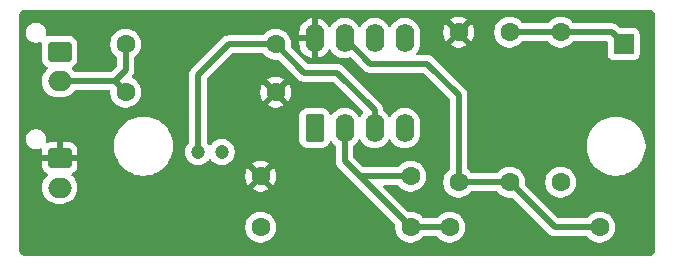
<source format=gtl>
%TF.GenerationSoftware,KiCad,Pcbnew,9.0.2*%
%TF.CreationDate,2025-07-07T17:16:47-07:00*%
%TF.ProjectId,switch_debounce_unit,73776974-6368-45f6-9465-626f756e6365,rev?*%
%TF.SameCoordinates,Original*%
%TF.FileFunction,Copper,L1,Top*%
%TF.FilePolarity,Positive*%
%FSLAX46Y46*%
G04 Gerber Fmt 4.6, Leading zero omitted, Abs format (unit mm)*
G04 Created by KiCad (PCBNEW 9.0.2) date 2025-07-07 17:16:47*
%MOMM*%
%LPD*%
G01*
G04 APERTURE LIST*
G04 Aperture macros list*
%AMRoundRect*
0 Rectangle with rounded corners*
0 $1 Rounding radius*
0 $2 $3 $4 $5 $6 $7 $8 $9 X,Y pos of 4 corners*
0 Add a 4 corners polygon primitive as box body*
4,1,4,$2,$3,$4,$5,$6,$7,$8,$9,$2,$3,0*
0 Add four circle primitives for the rounded corners*
1,1,$1+$1,$2,$3*
1,1,$1+$1,$4,$5*
1,1,$1+$1,$6,$7*
1,1,$1+$1,$8,$9*
0 Add four rect primitives between the rounded corners*
20,1,$1+$1,$2,$3,$4,$5,0*
20,1,$1+$1,$4,$5,$6,$7,0*
20,1,$1+$1,$6,$7,$8,$9,0*
20,1,$1+$1,$8,$9,$2,$3,0*%
G04 Aperture macros list end*
%TA.AperFunction,ComponentPad*%
%ADD10RoundRect,0.250000X-0.750000X0.600000X-0.750000X-0.600000X0.750000X-0.600000X0.750000X0.600000X0*%
%TD*%
%TA.AperFunction,ComponentPad*%
%ADD11O,2.000000X1.700000*%
%TD*%
%TA.AperFunction,ComponentPad*%
%ADD12C,1.600000*%
%TD*%
%TA.AperFunction,ComponentPad*%
%ADD13RoundRect,0.250000X0.550000X-0.950000X0.550000X0.950000X-0.550000X0.950000X-0.550000X-0.950000X0*%
%TD*%
%TA.AperFunction,ComponentPad*%
%ADD14O,1.600000X2.400000*%
%TD*%
%TA.AperFunction,ComponentPad*%
%ADD15R,1.700000X1.700000*%
%TD*%
%TA.AperFunction,ComponentPad*%
%ADD16C,1.200000*%
%TD*%
%TA.AperFunction,Conductor*%
%ADD17C,0.500000*%
%TD*%
G04 APERTURE END LIST*
D10*
%TO.P,SW1,1,1*%
%TO.N,GND*%
X16002000Y-16129000D03*
D11*
%TO.P,SW1,2,2*%
%TO.N,Net-(R31-Pad2)*%
X16002000Y-18629000D03*
%TD*%
D10*
%TO.P,BT1,1,+*%
%TO.N,+5V*%
X16002000Y-25146000D03*
D11*
%TO.P,BT1,2,-*%
%TO.N,GND*%
X16002000Y-27646000D03*
%TD*%
D12*
%TO.P,R36,2*%
%TO.N,Net-(R1-Pad1)*%
X49784000Y-27178000D03*
%TO.P,R36,1*%
%TO.N,+5V*%
X49784000Y-14478000D03*
%TD*%
%TO.P,R1,1*%
%TO.N,Net-(R1-Pad1)*%
X54102000Y-27178000D03*
%TO.P,R1,2*%
%TO.N,Net-(V_out1-Pin_1)*%
X54102000Y-14478000D03*
%TD*%
D13*
%TO.P,U1,1,EMIT*%
%TO.N,GND*%
X37592000Y-22606000D03*
D14*
%TO.P,U1,2,+*%
%TO.N,Net-(U1-+)*%
X40132000Y-22606000D03*
%TO.P,U1,3,-*%
%TO.N,Net-(U1--)*%
X42672000Y-22606000D03*
%TO.P,U1,4,V-*%
%TO.N,GND*%
X45212000Y-22606000D03*
%TO.P,U1,5,BAL*%
%TO.N,unconnected-(U1-BAL-Pad5)*%
X45212000Y-14986000D03*
%TO.P,U1,6,STRB*%
%TO.N,unconnected-(U1-STRB-Pad6)*%
X42672000Y-14986000D03*
%TO.P,U1,7*%
%TO.N,Net-(R1-Pad1)*%
X40132000Y-14986000D03*
%TO.P,U1,8,V+*%
%TO.N,+5V*%
X37592000Y-14986000D03*
%TD*%
D12*
%TO.P,R34,1*%
%TO.N,GND*%
X33020000Y-30988000D03*
%TO.P,R34,2*%
%TO.N,Net-(U1-+)*%
X45720000Y-30988000D03*
%TD*%
D15*
%TO.P,V_out1,1,Pin_1*%
%TO.N,Net-(V_out1-Pin_1)*%
X63754000Y-15494000D03*
%TD*%
D12*
%TO.P,R33,1*%
%TO.N,Net-(U1-+)*%
X45720000Y-26670000D03*
%TO.P,R33,2*%
%TO.N,+5V*%
X33020000Y-26670000D03*
%TD*%
%TO.P,R32,1*%
%TO.N,Net-(R31-Pad2)*%
X21590000Y-15494000D03*
%TO.P,R32,2*%
%TO.N,Net-(U1--)*%
X34290000Y-15494000D03*
%TD*%
%TO.P,R31,1*%
%TO.N,+5V*%
X34290000Y-19558000D03*
%TO.P,R31,2*%
%TO.N,Net-(R31-Pad2)*%
X21590000Y-19558000D03*
%TD*%
%TO.P,R2,1*%
%TO.N,GND*%
X58420000Y-27178000D03*
%TO.P,R2,2*%
%TO.N,Net-(V_out1-Pin_1)*%
X58420000Y-14478000D03*
%TD*%
%TO.P,R35,1*%
%TO.N,Net-(R1-Pad1)*%
X61722000Y-30988000D03*
%TO.P,R35,2*%
%TO.N,Net-(U1-+)*%
X49022000Y-30988000D03*
%TD*%
D16*
%TO.P,C6,1*%
%TO.N,Net-(U1--)*%
X27718000Y-24638000D03*
%TO.P,C6,2*%
%TO.N,GND*%
X29718000Y-24638000D03*
%TD*%
D17*
%TO.N,Net-(V_out1-Pin_1)*%
X58420000Y-14478000D02*
X62738000Y-14478000D01*
X62738000Y-14478000D02*
X63754000Y-15494000D01*
X54102000Y-14478000D02*
X58420000Y-14478000D01*
%TO.N,Net-(U1-+)*%
X45720000Y-30988000D02*
X49022000Y-30988000D01*
%TO.N,Net-(R1-Pad1)*%
X54102000Y-27178000D02*
X57912000Y-30988000D01*
X57912000Y-30988000D02*
X61722000Y-30988000D01*
X49784000Y-27178000D02*
X54102000Y-27178000D01*
%TO.N,Net-(U1--)*%
X36703000Y-17907000D02*
X39497000Y-17907000D01*
X42672000Y-21082000D02*
X42672000Y-22606000D01*
X34290000Y-15494000D02*
X36703000Y-17907000D01*
X39497000Y-17907000D02*
X42672000Y-21082000D01*
%TO.N,Net-(U1-+)*%
X40132000Y-25400000D02*
X41402000Y-26670000D01*
X45720000Y-26670000D02*
X41402000Y-26670000D01*
X40132000Y-22606000D02*
X40132000Y-25400000D01*
X41402000Y-26670000D02*
X45720000Y-30988000D01*
%TO.N,Net-(R1-Pad1)*%
X42291000Y-17145000D02*
X47117000Y-17145000D01*
X40132000Y-14986000D02*
X42291000Y-17145000D01*
X47117000Y-17145000D02*
X49784000Y-19812000D01*
X49784000Y-19812000D02*
X49784000Y-27178000D01*
%TO.N,Net-(U1--)*%
X34290000Y-15494000D02*
X30353000Y-15494000D01*
X30353000Y-15494000D02*
X27718000Y-18129000D01*
X27718000Y-18129000D02*
X27718000Y-24638000D01*
%TO.N,Net-(R31-Pad2)*%
X21590000Y-15494000D02*
X21590000Y-17700000D01*
X21590000Y-17700000D02*
X20661000Y-18629000D01*
X16002000Y-18629000D02*
X20661000Y-18629000D01*
X20661000Y-18629000D02*
X21590000Y-19558000D01*
%TD*%
%TA.AperFunction,Conductor*%
%TO.N,+5V*%
G36*
X65935922Y-12566280D02*
G01*
X66026266Y-12576459D01*
X66053331Y-12582636D01*
X66132540Y-12610352D01*
X66157553Y-12622398D01*
X66228606Y-12667043D01*
X66250313Y-12684355D01*
X66309644Y-12743686D01*
X66326957Y-12765395D01*
X66371600Y-12836444D01*
X66383648Y-12861462D01*
X66411362Y-12940666D01*
X66417540Y-12967735D01*
X66427720Y-13058076D01*
X66428500Y-13071961D01*
X66428500Y-32902038D01*
X66427720Y-32915922D01*
X66427720Y-32915923D01*
X66417540Y-33006264D01*
X66411362Y-33033333D01*
X66383648Y-33112537D01*
X66371600Y-33137555D01*
X66326957Y-33208604D01*
X66309644Y-33230313D01*
X66250313Y-33289644D01*
X66228604Y-33306957D01*
X66157555Y-33351600D01*
X66132537Y-33363648D01*
X66053333Y-33391362D01*
X66026264Y-33397540D01*
X65946075Y-33406576D01*
X65935921Y-33407720D01*
X65922038Y-33408500D01*
X13071962Y-33408500D01*
X13058078Y-33407720D01*
X13045553Y-33406308D01*
X12967735Y-33397540D01*
X12940666Y-33391362D01*
X12861462Y-33363648D01*
X12836444Y-33351600D01*
X12765395Y-33306957D01*
X12743686Y-33289644D01*
X12684355Y-33230313D01*
X12667042Y-33208604D01*
X12622399Y-33137555D01*
X12610351Y-33112537D01*
X12582637Y-33033333D01*
X12576459Y-33006263D01*
X12566280Y-32915922D01*
X12565500Y-32902038D01*
X12565500Y-30885648D01*
X31719500Y-30885648D01*
X31719500Y-31090351D01*
X31751522Y-31292534D01*
X31814781Y-31487223D01*
X31907715Y-31669613D01*
X32028028Y-31835213D01*
X32172786Y-31979971D01*
X32327749Y-32092556D01*
X32338390Y-32100287D01*
X32454607Y-32159503D01*
X32520776Y-32193218D01*
X32520778Y-32193218D01*
X32520781Y-32193220D01*
X32625137Y-32227127D01*
X32715465Y-32256477D01*
X32816557Y-32272488D01*
X32917648Y-32288500D01*
X32917649Y-32288500D01*
X33122351Y-32288500D01*
X33122352Y-32288500D01*
X33324534Y-32256477D01*
X33519219Y-32193220D01*
X33701610Y-32100287D01*
X33794590Y-32032732D01*
X33867213Y-31979971D01*
X33867215Y-31979968D01*
X33867219Y-31979966D01*
X34011966Y-31835219D01*
X34011968Y-31835215D01*
X34011971Y-31835213D01*
X34086404Y-31732763D01*
X34132287Y-31669610D01*
X34225220Y-31487219D01*
X34288477Y-31292534D01*
X34320500Y-31090352D01*
X34320500Y-30885648D01*
X34320500Y-30885647D01*
X34288477Y-30683465D01*
X34225218Y-30488776D01*
X34191503Y-30422607D01*
X34132287Y-30306390D01*
X34082236Y-30237500D01*
X34011971Y-30140786D01*
X33867213Y-29996028D01*
X33701613Y-29875715D01*
X33701612Y-29875714D01*
X33701610Y-29875713D01*
X33644653Y-29846691D01*
X33519223Y-29782781D01*
X33324534Y-29719522D01*
X33149995Y-29691878D01*
X33122352Y-29687500D01*
X32917648Y-29687500D01*
X32893329Y-29691351D01*
X32715465Y-29719522D01*
X32520776Y-29782781D01*
X32338386Y-29875715D01*
X32172786Y-29996028D01*
X32028028Y-30140786D01*
X31907715Y-30306386D01*
X31814781Y-30488776D01*
X31751522Y-30683465D01*
X31719500Y-30885648D01*
X12565500Y-30885648D01*
X12565500Y-23462228D01*
X13151500Y-23462228D01*
X13151500Y-23629771D01*
X13184182Y-23794074D01*
X13184184Y-23794082D01*
X13248295Y-23948860D01*
X13341373Y-24088162D01*
X13459837Y-24206626D01*
X13521233Y-24247649D01*
X13599137Y-24299703D01*
X13753918Y-24363816D01*
X13918228Y-24396499D01*
X13918232Y-24396500D01*
X13918233Y-24396500D01*
X14085768Y-24396500D01*
X14085769Y-24396499D01*
X14250082Y-24363816D01*
X14335313Y-24328511D01*
X14404778Y-24321043D01*
X14467258Y-24352317D01*
X14502911Y-24412406D01*
X14506121Y-24455674D01*
X14502000Y-24496008D01*
X14502000Y-24896000D01*
X15568988Y-24896000D01*
X15536075Y-24953007D01*
X15502000Y-25080174D01*
X15502000Y-25211826D01*
X15536075Y-25338993D01*
X15568988Y-25396000D01*
X14502001Y-25396000D01*
X14502001Y-25795986D01*
X14512494Y-25898697D01*
X14567641Y-26065119D01*
X14567643Y-26065124D01*
X14659684Y-26214345D01*
X14783654Y-26338315D01*
X14938484Y-26433815D01*
X14985208Y-26485763D01*
X14996431Y-26554726D01*
X14968587Y-26618808D01*
X14961069Y-26627035D01*
X14821889Y-26766215D01*
X14696951Y-26938179D01*
X14600444Y-27127585D01*
X14534753Y-27329760D01*
X14501500Y-27539713D01*
X14501500Y-27752286D01*
X14530912Y-27937990D01*
X14534754Y-27962243D01*
X14555216Y-28025219D01*
X14600444Y-28164414D01*
X14696951Y-28353820D01*
X14821890Y-28525786D01*
X14972213Y-28676109D01*
X15144179Y-28801048D01*
X15144181Y-28801049D01*
X15144184Y-28801051D01*
X15333588Y-28897557D01*
X15535757Y-28963246D01*
X15745713Y-28996500D01*
X15745714Y-28996500D01*
X16258286Y-28996500D01*
X16258287Y-28996500D01*
X16468243Y-28963246D01*
X16670412Y-28897557D01*
X16859816Y-28801051D01*
X16881789Y-28785086D01*
X17031786Y-28676109D01*
X17031788Y-28676106D01*
X17031792Y-28676104D01*
X17182104Y-28525792D01*
X17182106Y-28525788D01*
X17182109Y-28525786D01*
X17307048Y-28353820D01*
X17307047Y-28353820D01*
X17307051Y-28353816D01*
X17403557Y-28164412D01*
X17469246Y-27962243D01*
X17502500Y-27752287D01*
X17502500Y-27539713D01*
X17469246Y-27329757D01*
X17403557Y-27127588D01*
X17307051Y-26938184D01*
X17307049Y-26938181D01*
X17307048Y-26938179D01*
X17182109Y-26766213D01*
X17042931Y-26627035D01*
X17009446Y-26565712D01*
X17014430Y-26496020D01*
X17056302Y-26440087D01*
X17065516Y-26433815D01*
X17220343Y-26338317D01*
X17344315Y-26214345D01*
X17436356Y-26065124D01*
X17436358Y-26065119D01*
X17491505Y-25898697D01*
X17491506Y-25898690D01*
X17501999Y-25795986D01*
X17502000Y-25795973D01*
X17502000Y-25396000D01*
X16435012Y-25396000D01*
X16467925Y-25338993D01*
X16502000Y-25211826D01*
X16502000Y-25080174D01*
X16467925Y-24953007D01*
X16435012Y-24896000D01*
X17501999Y-24896000D01*
X17501999Y-24496028D01*
X17501998Y-24496013D01*
X17491505Y-24393302D01*
X17436358Y-24226880D01*
X17436356Y-24226875D01*
X17344315Y-24077654D01*
X17256229Y-23989568D01*
X20613500Y-23989568D01*
X20613500Y-24270431D01*
X20644942Y-24549494D01*
X20644945Y-24549512D01*
X20707439Y-24823317D01*
X20707443Y-24823329D01*
X20800200Y-25088411D01*
X20922053Y-25341442D01*
X20930528Y-25354930D01*
X21071477Y-25579248D01*
X21198476Y-25738500D01*
X21244309Y-25795973D01*
X21246584Y-25798825D01*
X21445175Y-25997416D01*
X21664752Y-26172523D01*
X21902555Y-26321945D01*
X21902557Y-26321946D01*
X21920916Y-26330787D01*
X22155592Y-26443801D01*
X22305883Y-26496390D01*
X22420670Y-26536556D01*
X22420682Y-26536560D01*
X22694491Y-26599055D01*
X22694497Y-26599055D01*
X22694505Y-26599057D01*
X22856767Y-26617339D01*
X22973569Y-26630499D01*
X22973572Y-26630500D01*
X22973575Y-26630500D01*
X23254428Y-26630500D01*
X23254429Y-26630499D01*
X23397055Y-26614429D01*
X23533494Y-26599057D01*
X23533499Y-26599056D01*
X23533509Y-26599055D01*
X23670963Y-26567682D01*
X31720000Y-26567682D01*
X31720000Y-26772317D01*
X31752009Y-26974417D01*
X31815244Y-27169031D01*
X31908141Y-27351350D01*
X31908147Y-27351359D01*
X31940523Y-27395921D01*
X31940524Y-27395922D01*
X32620000Y-26716446D01*
X32620000Y-26722661D01*
X32647259Y-26824394D01*
X32699920Y-26915606D01*
X32774394Y-26990080D01*
X32865606Y-27042741D01*
X32967339Y-27070000D01*
X32973553Y-27070000D01*
X32294076Y-27749474D01*
X32338650Y-27781859D01*
X32520968Y-27874755D01*
X32715582Y-27937990D01*
X32917683Y-27970000D01*
X33122317Y-27970000D01*
X33324417Y-27937990D01*
X33519031Y-27874755D01*
X33701349Y-27781859D01*
X33745921Y-27749474D01*
X33066447Y-27070000D01*
X33072661Y-27070000D01*
X33174394Y-27042741D01*
X33265606Y-26990080D01*
X33340080Y-26915606D01*
X33392741Y-26824394D01*
X33420000Y-26722661D01*
X33420000Y-26716447D01*
X34099474Y-27395921D01*
X34131859Y-27351349D01*
X34224755Y-27169031D01*
X34287990Y-26974417D01*
X34320000Y-26772317D01*
X34320000Y-26567682D01*
X34287990Y-26365582D01*
X34224755Y-26170968D01*
X34131859Y-25988650D01*
X34099474Y-25944077D01*
X34099474Y-25944076D01*
X33420000Y-26623551D01*
X33420000Y-26617339D01*
X33392741Y-26515606D01*
X33340080Y-26424394D01*
X33265606Y-26349920D01*
X33174394Y-26297259D01*
X33072661Y-26270000D01*
X33066446Y-26270000D01*
X33745922Y-25590524D01*
X33745921Y-25590523D01*
X33701359Y-25558147D01*
X33701350Y-25558141D01*
X33519031Y-25465244D01*
X33324417Y-25402009D01*
X33122317Y-25370000D01*
X32917683Y-25370000D01*
X32715582Y-25402009D01*
X32520968Y-25465244D01*
X32338644Y-25558143D01*
X32294077Y-25590523D01*
X32294077Y-25590524D01*
X32973554Y-26270000D01*
X32967339Y-26270000D01*
X32865606Y-26297259D01*
X32774394Y-26349920D01*
X32699920Y-26424394D01*
X32647259Y-26515606D01*
X32620000Y-26617339D01*
X32620000Y-26623553D01*
X31940524Y-25944077D01*
X31940523Y-25944077D01*
X31908143Y-25988644D01*
X31815244Y-26170968D01*
X31752009Y-26365582D01*
X31720000Y-26567682D01*
X23670963Y-26567682D01*
X23807318Y-26536560D01*
X24072408Y-26443801D01*
X24325445Y-26321945D01*
X24563248Y-26172523D01*
X24782825Y-25997416D01*
X24981416Y-25798825D01*
X25156523Y-25579248D01*
X25305945Y-25341445D01*
X25427801Y-25088408D01*
X25520560Y-24823318D01*
X25582626Y-24551389D01*
X26617500Y-24551389D01*
X26617500Y-24724611D01*
X26644598Y-24895701D01*
X26698127Y-25060445D01*
X26776768Y-25214788D01*
X26878586Y-25354928D01*
X27001072Y-25477414D01*
X27141212Y-25579232D01*
X27295555Y-25657873D01*
X27460299Y-25711402D01*
X27631389Y-25738500D01*
X27631390Y-25738500D01*
X27804610Y-25738500D01*
X27804611Y-25738500D01*
X27975701Y-25711402D01*
X28140445Y-25657873D01*
X28294788Y-25579232D01*
X28434928Y-25477414D01*
X28557414Y-25354928D01*
X28617682Y-25271975D01*
X28673012Y-25229311D01*
X28742626Y-25223332D01*
X28804421Y-25255938D01*
X28818315Y-25271973D01*
X28878586Y-25354928D01*
X29001072Y-25477414D01*
X29141212Y-25579232D01*
X29295555Y-25657873D01*
X29460299Y-25711402D01*
X29631389Y-25738500D01*
X29631390Y-25738500D01*
X29804610Y-25738500D01*
X29804611Y-25738500D01*
X29975701Y-25711402D01*
X30140445Y-25657873D01*
X30294788Y-25579232D01*
X30434928Y-25477414D01*
X30557414Y-25354928D01*
X30659232Y-25214788D01*
X30737873Y-25060445D01*
X30791402Y-24895701D01*
X30818500Y-24724611D01*
X30818500Y-24551389D01*
X30791402Y-24380299D01*
X30737873Y-24215555D01*
X30659232Y-24061212D01*
X30557414Y-23921072D01*
X30434928Y-23798586D01*
X30294788Y-23696768D01*
X30140445Y-23618127D01*
X29975701Y-23564598D01*
X29975699Y-23564597D01*
X29975698Y-23564597D01*
X29844271Y-23543781D01*
X29804611Y-23537500D01*
X29631389Y-23537500D01*
X29591728Y-23543781D01*
X29460302Y-23564597D01*
X29295552Y-23618128D01*
X29141211Y-23696768D01*
X29107204Y-23721476D01*
X29001072Y-23798586D01*
X29001070Y-23798588D01*
X29001069Y-23798588D01*
X28878588Y-23921069D01*
X28878581Y-23921078D01*
X28818317Y-24004023D01*
X28799227Y-24018743D01*
X28783107Y-24036669D01*
X28772059Y-24039693D01*
X28762987Y-24046689D01*
X28738966Y-24048751D01*
X28715717Y-24055116D01*
X28704787Y-24051686D01*
X28693374Y-24052667D01*
X28672051Y-24041416D01*
X28649051Y-24034200D01*
X28637724Y-24023303D01*
X28631579Y-24020061D01*
X28622808Y-24010600D01*
X28620124Y-24007385D01*
X28557414Y-23921072D01*
X28500879Y-23864537D01*
X28497308Y-23860259D01*
X28485514Y-23833122D01*
X28471334Y-23807154D01*
X28470382Y-23798308D01*
X28469458Y-23796180D01*
X28469877Y-23793603D01*
X28468500Y-23780796D01*
X28468500Y-19455682D01*
X32990000Y-19455682D01*
X32990000Y-19660317D01*
X33022009Y-19862417D01*
X33085244Y-20057031D01*
X33178141Y-20239350D01*
X33178147Y-20239359D01*
X33210523Y-20283921D01*
X33210524Y-20283922D01*
X33890000Y-19604446D01*
X33890000Y-19610661D01*
X33917259Y-19712394D01*
X33969920Y-19803606D01*
X34044394Y-19878080D01*
X34135606Y-19930741D01*
X34237339Y-19958000D01*
X34243553Y-19958000D01*
X33564076Y-20637474D01*
X33608650Y-20669859D01*
X33790968Y-20762755D01*
X33985582Y-20825990D01*
X34187683Y-20858000D01*
X34392317Y-20858000D01*
X34594417Y-20825990D01*
X34789031Y-20762755D01*
X34971349Y-20669859D01*
X35015921Y-20637474D01*
X34336447Y-19958000D01*
X34342661Y-19958000D01*
X34444394Y-19930741D01*
X34535606Y-19878080D01*
X34610080Y-19803606D01*
X34662741Y-19712394D01*
X34690000Y-19610661D01*
X34690000Y-19604447D01*
X35369474Y-20283921D01*
X35401859Y-20239349D01*
X35494755Y-20057031D01*
X35557990Y-19862417D01*
X35590000Y-19660317D01*
X35590000Y-19455682D01*
X35557990Y-19253582D01*
X35494755Y-19058968D01*
X35401859Y-18876650D01*
X35369474Y-18832077D01*
X35369474Y-18832076D01*
X34690000Y-19511551D01*
X34690000Y-19505339D01*
X34662741Y-19403606D01*
X34610080Y-19312394D01*
X34535606Y-19237920D01*
X34444394Y-19185259D01*
X34342661Y-19158000D01*
X34336446Y-19158000D01*
X35015922Y-18478524D01*
X35015921Y-18478523D01*
X34971359Y-18446147D01*
X34971350Y-18446141D01*
X34789031Y-18353244D01*
X34594417Y-18290009D01*
X34392317Y-18258000D01*
X34187683Y-18258000D01*
X33985582Y-18290009D01*
X33790968Y-18353244D01*
X33608644Y-18446143D01*
X33564077Y-18478523D01*
X33564077Y-18478524D01*
X34243554Y-19158000D01*
X34237339Y-19158000D01*
X34135606Y-19185259D01*
X34044394Y-19237920D01*
X33969920Y-19312394D01*
X33917259Y-19403606D01*
X33890000Y-19505339D01*
X33890000Y-19511553D01*
X33210524Y-18832077D01*
X33210523Y-18832077D01*
X33178143Y-18876644D01*
X33085244Y-19058968D01*
X33022009Y-19253582D01*
X32990000Y-19455682D01*
X28468500Y-19455682D01*
X28468500Y-18491230D01*
X28488185Y-18424191D01*
X28504819Y-18403549D01*
X30627549Y-16280819D01*
X30688872Y-16247334D01*
X30715230Y-16244500D01*
X33164582Y-16244500D01*
X33231621Y-16264185D01*
X33264900Y-16295615D01*
X33298028Y-16341212D01*
X33298032Y-16341217D01*
X33442786Y-16485971D01*
X33580928Y-16586335D01*
X33608390Y-16606287D01*
X33702968Y-16654477D01*
X33790776Y-16699218D01*
X33790778Y-16699218D01*
X33790781Y-16699220D01*
X33895137Y-16733127D01*
X33985465Y-16762477D01*
X34069564Y-16775797D01*
X34187648Y-16794500D01*
X34187649Y-16794500D01*
X34392350Y-16794500D01*
X34392352Y-16794500D01*
X34448027Y-16785681D01*
X34517319Y-16794635D01*
X34555106Y-16820473D01*
X36224580Y-18489948D01*
X36224584Y-18489951D01*
X36347498Y-18572080D01*
X36347511Y-18572087D01*
X36484082Y-18628656D01*
X36484087Y-18628658D01*
X36484091Y-18628658D01*
X36484092Y-18628659D01*
X36629079Y-18657500D01*
X36629082Y-18657500D01*
X36776917Y-18657500D01*
X39134770Y-18657500D01*
X39201809Y-18677185D01*
X39222451Y-18693819D01*
X41696041Y-21167409D01*
X41729526Y-21228732D01*
X41724542Y-21298424D01*
X41696046Y-21342767D01*
X41680034Y-21358780D01*
X41680033Y-21358781D01*
X41559715Y-21524386D01*
X41512485Y-21617080D01*
X41464510Y-21667876D01*
X41396689Y-21684671D01*
X41330554Y-21662134D01*
X41291515Y-21617080D01*
X41285861Y-21605983D01*
X41244287Y-21524390D01*
X41192021Y-21452451D01*
X41123971Y-21358786D01*
X40979213Y-21214028D01*
X40813613Y-21093715D01*
X40813612Y-21093714D01*
X40813610Y-21093713D01*
X40753898Y-21063288D01*
X40631223Y-21000781D01*
X40436534Y-20937522D01*
X40261995Y-20909878D01*
X40234352Y-20905500D01*
X40029648Y-20905500D01*
X40005329Y-20909351D01*
X39827465Y-20937522D01*
X39632776Y-21000781D01*
X39450386Y-21093715D01*
X39284786Y-21214028D01*
X39140032Y-21358782D01*
X39140028Y-21358787D01*
X39071978Y-21452451D01*
X39016648Y-21495117D01*
X38947035Y-21501096D01*
X38885240Y-21468490D01*
X38853954Y-21418570D01*
X38834144Y-21358787D01*
X38826814Y-21336666D01*
X38734712Y-21187344D01*
X38610656Y-21063288D01*
X38461334Y-20971186D01*
X38294797Y-20916001D01*
X38294795Y-20916000D01*
X38192010Y-20905500D01*
X36991998Y-20905500D01*
X36991981Y-20905501D01*
X36889203Y-20916000D01*
X36889200Y-20916001D01*
X36722668Y-20971185D01*
X36722663Y-20971187D01*
X36573342Y-21063289D01*
X36449289Y-21187342D01*
X36357187Y-21336663D01*
X36357186Y-21336666D01*
X36302001Y-21503203D01*
X36302001Y-21503204D01*
X36302000Y-21503204D01*
X36291500Y-21605983D01*
X36291500Y-23606001D01*
X36291501Y-23606018D01*
X36302000Y-23708796D01*
X36302001Y-23708799D01*
X36334593Y-23807154D01*
X36357186Y-23875334D01*
X36449288Y-24024656D01*
X36573344Y-24148712D01*
X36722666Y-24240814D01*
X36889203Y-24295999D01*
X36991991Y-24306500D01*
X38192008Y-24306499D01*
X38294797Y-24295999D01*
X38461334Y-24240814D01*
X38610656Y-24148712D01*
X38734712Y-24024656D01*
X38826814Y-23875334D01*
X38853955Y-23793427D01*
X38893726Y-23735984D01*
X38958242Y-23709161D01*
X39027018Y-23721476D01*
X39071977Y-23759547D01*
X39140034Y-23853219D01*
X39284781Y-23997966D01*
X39330384Y-24031098D01*
X39373050Y-24086425D01*
X39381500Y-24131416D01*
X39381500Y-25473918D01*
X39381500Y-25473920D01*
X39381499Y-25473920D01*
X39410340Y-25618907D01*
X39410343Y-25618917D01*
X39466913Y-25755490D01*
X39466915Y-25755493D01*
X39476274Y-25769501D01*
X39549049Y-25878418D01*
X39549052Y-25878421D01*
X40814707Y-27144074D01*
X40814728Y-27144097D01*
X44393526Y-30722893D01*
X44427011Y-30784216D01*
X44428318Y-30829971D01*
X44419500Y-30885647D01*
X44419500Y-31090351D01*
X44451522Y-31292534D01*
X44514781Y-31487223D01*
X44607715Y-31669613D01*
X44728028Y-31835213D01*
X44872786Y-31979971D01*
X45027749Y-32092556D01*
X45038390Y-32100287D01*
X45154607Y-32159503D01*
X45220776Y-32193218D01*
X45220778Y-32193218D01*
X45220781Y-32193220D01*
X45325137Y-32227127D01*
X45415465Y-32256477D01*
X45516557Y-32272488D01*
X45617648Y-32288500D01*
X45617649Y-32288500D01*
X45822351Y-32288500D01*
X45822352Y-32288500D01*
X46024534Y-32256477D01*
X46219219Y-32193220D01*
X46401610Y-32100287D01*
X46494590Y-32032732D01*
X46567213Y-31979971D01*
X46567215Y-31979968D01*
X46567219Y-31979966D01*
X46711966Y-31835219D01*
X46714650Y-31831524D01*
X46745100Y-31789615D01*
X46800429Y-31746949D01*
X46845418Y-31738500D01*
X47896582Y-31738500D01*
X47963621Y-31758185D01*
X47996900Y-31789615D01*
X48030028Y-31835212D01*
X48030032Y-31835217D01*
X48174786Y-31979971D01*
X48329749Y-32092556D01*
X48340390Y-32100287D01*
X48456607Y-32159503D01*
X48522776Y-32193218D01*
X48522778Y-32193218D01*
X48522781Y-32193220D01*
X48627137Y-32227127D01*
X48717465Y-32256477D01*
X48818557Y-32272488D01*
X48919648Y-32288500D01*
X48919649Y-32288500D01*
X49124351Y-32288500D01*
X49124352Y-32288500D01*
X49326534Y-32256477D01*
X49521219Y-32193220D01*
X49703610Y-32100287D01*
X49796590Y-32032732D01*
X49869213Y-31979971D01*
X49869215Y-31979968D01*
X49869219Y-31979966D01*
X50013966Y-31835219D01*
X50013968Y-31835215D01*
X50013971Y-31835213D01*
X50088404Y-31732763D01*
X50134287Y-31669610D01*
X50227220Y-31487219D01*
X50290477Y-31292534D01*
X50322500Y-31090352D01*
X50322500Y-30885648D01*
X50322500Y-30885647D01*
X50290477Y-30683465D01*
X50227218Y-30488776D01*
X50193503Y-30422607D01*
X50134287Y-30306390D01*
X50084236Y-30237500D01*
X50013971Y-30140786D01*
X49869213Y-29996028D01*
X49703613Y-29875715D01*
X49703612Y-29875714D01*
X49703610Y-29875713D01*
X49646653Y-29846691D01*
X49521223Y-29782781D01*
X49326534Y-29719522D01*
X49151995Y-29691878D01*
X49124352Y-29687500D01*
X48919648Y-29687500D01*
X48895329Y-29691351D01*
X48717465Y-29719522D01*
X48522776Y-29782781D01*
X48340386Y-29875715D01*
X48174786Y-29996028D01*
X48030032Y-30140782D01*
X48030028Y-30140787D01*
X47996900Y-30186385D01*
X47941571Y-30229051D01*
X47896582Y-30237500D01*
X46845418Y-30237500D01*
X46778379Y-30217815D01*
X46745100Y-30186385D01*
X46711971Y-30140787D01*
X46711967Y-30140782D01*
X46567213Y-29996028D01*
X46401613Y-29875715D01*
X46401612Y-29875714D01*
X46401610Y-29875713D01*
X46344653Y-29846691D01*
X46219223Y-29782781D01*
X46024534Y-29719522D01*
X45849995Y-29691878D01*
X45822352Y-29687500D01*
X45617648Y-29687500D01*
X45561971Y-29696318D01*
X45492678Y-29687363D01*
X45454893Y-29661526D01*
X43425549Y-27632181D01*
X43392064Y-27570858D01*
X43397048Y-27501166D01*
X43438920Y-27445233D01*
X43504384Y-27420816D01*
X43513230Y-27420500D01*
X44594582Y-27420500D01*
X44661621Y-27440185D01*
X44694900Y-27471615D01*
X44728028Y-27517212D01*
X44728032Y-27517217D01*
X44872786Y-27661971D01*
X44997098Y-27752287D01*
X45038390Y-27782287D01*
X45154607Y-27841503D01*
X45220776Y-27875218D01*
X45220778Y-27875218D01*
X45220781Y-27875220D01*
X45325137Y-27909127D01*
X45415465Y-27938477D01*
X45476759Y-27948185D01*
X45617648Y-27970500D01*
X45617649Y-27970500D01*
X45822351Y-27970500D01*
X45822352Y-27970500D01*
X46024534Y-27938477D01*
X46219219Y-27875220D01*
X46401610Y-27782287D01*
X46494590Y-27714732D01*
X46567213Y-27661971D01*
X46567215Y-27661968D01*
X46567219Y-27661966D01*
X46711966Y-27517219D01*
X46711968Y-27517215D01*
X46711971Y-27517213D01*
X46782236Y-27420500D01*
X46832287Y-27351610D01*
X46925220Y-27169219D01*
X46988477Y-26974534D01*
X47020500Y-26772352D01*
X47020500Y-26567648D01*
X47008352Y-26490949D01*
X46988477Y-26365465D01*
X46925786Y-26172523D01*
X46925220Y-26170781D01*
X46925218Y-26170778D01*
X46925218Y-26170776D01*
X46871382Y-26065119D01*
X46832287Y-25988390D01*
X46824556Y-25977749D01*
X46711971Y-25822786D01*
X46567213Y-25678028D01*
X46401613Y-25557715D01*
X46401612Y-25557714D01*
X46401610Y-25557713D01*
X46318482Y-25515357D01*
X46219223Y-25464781D01*
X46024534Y-25401522D01*
X45849995Y-25373878D01*
X45822352Y-25369500D01*
X45617648Y-25369500D01*
X45593329Y-25373351D01*
X45415465Y-25401522D01*
X45220776Y-25464781D01*
X45038386Y-25557715D01*
X44872786Y-25678028D01*
X44728032Y-25822782D01*
X44728028Y-25822787D01*
X44694900Y-25868385D01*
X44639571Y-25911051D01*
X44594582Y-25919500D01*
X41764229Y-25919500D01*
X41697190Y-25899815D01*
X41676548Y-25883181D01*
X40918819Y-25125451D01*
X40885334Y-25064128D01*
X40882500Y-25037770D01*
X40882500Y-24131416D01*
X40902185Y-24064377D01*
X40933613Y-24031099D01*
X40979219Y-23997966D01*
X41123966Y-23853219D01*
X41123968Y-23853215D01*
X41123971Y-23853213D01*
X41244284Y-23687614D01*
X41244285Y-23687613D01*
X41244287Y-23687610D01*
X41291516Y-23594917D01*
X41339489Y-23544123D01*
X41407310Y-23527328D01*
X41473445Y-23549865D01*
X41512483Y-23594917D01*
X41530241Y-23629768D01*
X41559715Y-23687614D01*
X41680028Y-23853213D01*
X41824786Y-23997971D01*
X41946535Y-24086425D01*
X41990390Y-24118287D01*
X42104739Y-24176551D01*
X42172776Y-24211218D01*
X42172778Y-24211218D01*
X42172781Y-24211220D01*
X42220978Y-24226880D01*
X42367465Y-24274477D01*
X42468557Y-24290488D01*
X42569648Y-24306500D01*
X42569649Y-24306500D01*
X42774351Y-24306500D01*
X42774352Y-24306500D01*
X42976534Y-24274477D01*
X43171219Y-24211220D01*
X43353610Y-24118287D01*
X43461786Y-24039693D01*
X43519213Y-23997971D01*
X43519215Y-23997968D01*
X43519219Y-23997966D01*
X43663966Y-23853219D01*
X43663968Y-23853215D01*
X43663971Y-23853213D01*
X43784284Y-23687614D01*
X43784285Y-23687613D01*
X43784287Y-23687610D01*
X43831516Y-23594917D01*
X43879489Y-23544123D01*
X43947310Y-23527328D01*
X44013445Y-23549865D01*
X44052483Y-23594917D01*
X44070241Y-23629768D01*
X44099715Y-23687614D01*
X44220028Y-23853213D01*
X44364786Y-23997971D01*
X44486535Y-24086425D01*
X44530390Y-24118287D01*
X44644739Y-24176551D01*
X44712776Y-24211218D01*
X44712778Y-24211218D01*
X44712781Y-24211220D01*
X44760978Y-24226880D01*
X44907465Y-24274477D01*
X45008557Y-24290488D01*
X45109648Y-24306500D01*
X45109649Y-24306500D01*
X45314351Y-24306500D01*
X45314352Y-24306500D01*
X45516534Y-24274477D01*
X45711219Y-24211220D01*
X45893610Y-24118287D01*
X46001786Y-24039693D01*
X46059213Y-23997971D01*
X46059215Y-23997968D01*
X46059219Y-23997966D01*
X46203966Y-23853219D01*
X46203968Y-23853215D01*
X46203971Y-23853213D01*
X46272021Y-23759548D01*
X46324287Y-23687610D01*
X46417220Y-23505219D01*
X46480477Y-23310534D01*
X46512500Y-23108352D01*
X46512500Y-22103648D01*
X46480477Y-21901466D01*
X46417220Y-21706781D01*
X46417218Y-21706778D01*
X46417218Y-21706776D01*
X46365865Y-21605991D01*
X46324287Y-21524390D01*
X46272021Y-21452451D01*
X46203971Y-21358786D01*
X46059213Y-21214028D01*
X45893613Y-21093715D01*
X45893612Y-21093714D01*
X45893610Y-21093713D01*
X45833898Y-21063288D01*
X45711223Y-21000781D01*
X45516534Y-20937522D01*
X45341995Y-20909878D01*
X45314352Y-20905500D01*
X45109648Y-20905500D01*
X45085329Y-20909351D01*
X44907465Y-20937522D01*
X44712776Y-21000781D01*
X44530386Y-21093715D01*
X44364786Y-21214028D01*
X44220028Y-21358786D01*
X44099715Y-21524386D01*
X44052485Y-21617080D01*
X44004510Y-21667876D01*
X43936689Y-21684671D01*
X43870554Y-21662134D01*
X43831515Y-21617080D01*
X43825861Y-21605983D01*
X43784287Y-21524390D01*
X43732021Y-21452451D01*
X43663971Y-21358786D01*
X43519217Y-21214032D01*
X43519212Y-21214028D01*
X43473615Y-21180900D01*
X43430949Y-21125571D01*
X43422500Y-21080582D01*
X43422500Y-21008079D01*
X43393659Y-20863092D01*
X43393658Y-20863091D01*
X43393658Y-20863087D01*
X43337084Y-20726505D01*
X43304186Y-20677270D01*
X43304185Y-20677268D01*
X43254956Y-20603589D01*
X43254952Y-20603584D01*
X39975421Y-17324052D01*
X39975414Y-17324046D01*
X39901729Y-17274812D01*
X39901729Y-17274813D01*
X39852491Y-17241913D01*
X39715917Y-17185343D01*
X39715907Y-17185340D01*
X39570920Y-17156500D01*
X39570918Y-17156500D01*
X37065229Y-17156500D01*
X36998190Y-17136815D01*
X36977548Y-17120181D01*
X35616473Y-15759106D01*
X35582988Y-15697783D01*
X35581681Y-15652028D01*
X35590500Y-15596352D01*
X35590500Y-15391648D01*
X35585288Y-15358741D01*
X35560785Y-15204036D01*
X35558502Y-15189626D01*
X35558477Y-15189466D01*
X35495220Y-14994781D01*
X35495218Y-14994778D01*
X35495218Y-14994776D01*
X35435717Y-14878000D01*
X35402287Y-14812390D01*
X35380511Y-14782417D01*
X35281971Y-14646786D01*
X35137213Y-14502028D01*
X35111961Y-14483682D01*
X36292000Y-14483682D01*
X36292000Y-14736000D01*
X37276314Y-14736000D01*
X37271920Y-14740394D01*
X37219259Y-14831606D01*
X37192000Y-14933339D01*
X37192000Y-15038661D01*
X37219259Y-15140394D01*
X37271920Y-15231606D01*
X37276314Y-15236000D01*
X36292000Y-15236000D01*
X36292000Y-15488317D01*
X36324009Y-15690417D01*
X36387244Y-15885031D01*
X36480140Y-16067349D01*
X36600417Y-16232894D01*
X36600417Y-16232895D01*
X36745104Y-16377582D01*
X36910650Y-16497859D01*
X37092968Y-16590754D01*
X37287578Y-16653988D01*
X37342000Y-16662607D01*
X37342000Y-15301686D01*
X37346394Y-15306080D01*
X37437606Y-15358741D01*
X37539339Y-15386000D01*
X37644661Y-15386000D01*
X37746394Y-15358741D01*
X37837606Y-15306080D01*
X37842000Y-15301686D01*
X37842000Y-16662606D01*
X37896421Y-16653988D01*
X38091031Y-16590754D01*
X38273349Y-16497859D01*
X38438894Y-16377582D01*
X38438895Y-16377582D01*
X38583582Y-16232895D01*
X38583582Y-16232894D01*
X38703861Y-16067347D01*
X38751234Y-15974371D01*
X38799208Y-15923575D01*
X38867028Y-15906779D01*
X38933164Y-15929316D01*
X38972203Y-15974369D01*
X39019713Y-16067611D01*
X39140028Y-16233213D01*
X39284786Y-16377971D01*
X39385969Y-16451483D01*
X39450390Y-16498287D01*
X39564119Y-16556235D01*
X39632776Y-16591218D01*
X39632778Y-16591218D01*
X39632781Y-16591220D01*
X39737137Y-16625127D01*
X39827465Y-16654477D01*
X39928557Y-16670488D01*
X40029648Y-16686500D01*
X40029649Y-16686500D01*
X40234351Y-16686500D01*
X40234352Y-16686500D01*
X40436534Y-16654477D01*
X40592640Y-16603754D01*
X40662478Y-16601760D01*
X40718637Y-16634005D01*
X41812584Y-17727952D01*
X41835616Y-17743341D01*
X41880761Y-17773506D01*
X41880762Y-17773506D01*
X41935508Y-17810086D01*
X42053152Y-17858815D01*
X42072087Y-17866658D01*
X42072091Y-17866658D01*
X42072092Y-17866659D01*
X42217079Y-17895500D01*
X42217082Y-17895500D01*
X42217083Y-17895500D01*
X42364917Y-17895500D01*
X46754770Y-17895500D01*
X46821809Y-17915185D01*
X46842451Y-17931819D01*
X48997181Y-20086548D01*
X49030666Y-20147871D01*
X49033500Y-20174229D01*
X49033500Y-26052582D01*
X49013815Y-26119621D01*
X48982385Y-26152900D01*
X48936787Y-26186028D01*
X48936782Y-26186032D01*
X48792028Y-26330786D01*
X48671715Y-26496386D01*
X48578781Y-26678776D01*
X48515522Y-26873465D01*
X48483500Y-27075648D01*
X48483500Y-27280351D01*
X48515522Y-27482534D01*
X48578781Y-27677223D01*
X48671715Y-27859613D01*
X48792028Y-28025213D01*
X48936786Y-28169971D01*
X49091749Y-28282556D01*
X49102390Y-28290287D01*
X49218607Y-28349503D01*
X49284776Y-28383218D01*
X49284778Y-28383218D01*
X49284781Y-28383220D01*
X49389137Y-28417127D01*
X49479465Y-28446477D01*
X49563564Y-28459797D01*
X49681648Y-28478500D01*
X49681649Y-28478500D01*
X49886351Y-28478500D01*
X49886352Y-28478500D01*
X50088534Y-28446477D01*
X50283219Y-28383220D01*
X50465610Y-28290287D01*
X50558590Y-28222732D01*
X50631213Y-28169971D01*
X50631215Y-28169968D01*
X50631219Y-28169966D01*
X50775966Y-28025219D01*
X50778650Y-28021524D01*
X50809100Y-27979615D01*
X50864429Y-27936949D01*
X50909418Y-27928500D01*
X52976582Y-27928500D01*
X53043621Y-27948185D01*
X53076900Y-27979615D01*
X53110028Y-28025212D01*
X53110032Y-28025217D01*
X53254786Y-28169971D01*
X53409749Y-28282556D01*
X53420390Y-28290287D01*
X53536607Y-28349503D01*
X53602776Y-28383218D01*
X53602778Y-28383218D01*
X53602781Y-28383220D01*
X53707137Y-28417127D01*
X53797465Y-28446477D01*
X53881564Y-28459797D01*
X53999648Y-28478500D01*
X53999649Y-28478500D01*
X54204350Y-28478500D01*
X54204352Y-28478500D01*
X54260027Y-28469681D01*
X54329319Y-28478635D01*
X54367106Y-28504473D01*
X57329049Y-31466416D01*
X57433584Y-31570951D01*
X57433587Y-31570953D01*
X57433588Y-31570954D01*
X57556503Y-31653083D01*
X57556506Y-31653085D01*
X57606665Y-31673861D01*
X57613080Y-31676518D01*
X57693088Y-31709659D01*
X57809241Y-31732763D01*
X57832380Y-31737365D01*
X57838081Y-31738500D01*
X57838082Y-31738500D01*
X57838083Y-31738500D01*
X57985918Y-31738500D01*
X60596582Y-31738500D01*
X60663621Y-31758185D01*
X60696900Y-31789615D01*
X60730028Y-31835212D01*
X60730032Y-31835217D01*
X60874786Y-31979971D01*
X61029749Y-32092556D01*
X61040390Y-32100287D01*
X61156607Y-32159503D01*
X61222776Y-32193218D01*
X61222778Y-32193218D01*
X61222781Y-32193220D01*
X61327137Y-32227127D01*
X61417465Y-32256477D01*
X61518557Y-32272488D01*
X61619648Y-32288500D01*
X61619649Y-32288500D01*
X61824351Y-32288500D01*
X61824352Y-32288500D01*
X62026534Y-32256477D01*
X62221219Y-32193220D01*
X62403610Y-32100287D01*
X62496590Y-32032732D01*
X62569213Y-31979971D01*
X62569215Y-31979968D01*
X62569219Y-31979966D01*
X62713966Y-31835219D01*
X62713968Y-31835215D01*
X62713971Y-31835213D01*
X62788404Y-31732763D01*
X62834287Y-31669610D01*
X62927220Y-31487219D01*
X62990477Y-31292534D01*
X63022500Y-31090352D01*
X63022500Y-30885648D01*
X63022500Y-30885647D01*
X62990477Y-30683465D01*
X62927218Y-30488776D01*
X62893503Y-30422607D01*
X62834287Y-30306390D01*
X62784236Y-30237500D01*
X62713971Y-30140786D01*
X62569213Y-29996028D01*
X62403613Y-29875715D01*
X62403612Y-29875714D01*
X62403610Y-29875713D01*
X62346653Y-29846691D01*
X62221223Y-29782781D01*
X62026534Y-29719522D01*
X61851995Y-29691878D01*
X61824352Y-29687500D01*
X61619648Y-29687500D01*
X61595329Y-29691351D01*
X61417465Y-29719522D01*
X61222776Y-29782781D01*
X61040386Y-29875715D01*
X60874786Y-29996028D01*
X60730032Y-30140782D01*
X60730028Y-30140787D01*
X60696900Y-30186385D01*
X60641571Y-30229051D01*
X60596582Y-30237500D01*
X58274229Y-30237500D01*
X58207190Y-30217815D01*
X58186548Y-30201181D01*
X55428473Y-27443106D01*
X55394988Y-27381783D01*
X55393681Y-27336028D01*
X55402500Y-27280352D01*
X55402500Y-27075648D01*
X57119500Y-27075648D01*
X57119500Y-27280351D01*
X57151522Y-27482534D01*
X57214781Y-27677223D01*
X57307715Y-27859613D01*
X57428028Y-28025213D01*
X57572786Y-28169971D01*
X57727749Y-28282556D01*
X57738390Y-28290287D01*
X57854607Y-28349503D01*
X57920776Y-28383218D01*
X57920778Y-28383218D01*
X57920781Y-28383220D01*
X58025137Y-28417127D01*
X58115465Y-28446477D01*
X58199564Y-28459797D01*
X58317648Y-28478500D01*
X58317649Y-28478500D01*
X58522351Y-28478500D01*
X58522352Y-28478500D01*
X58724534Y-28446477D01*
X58919219Y-28383220D01*
X59101610Y-28290287D01*
X59194590Y-28222732D01*
X59267213Y-28169971D01*
X59267215Y-28169968D01*
X59267219Y-28169966D01*
X59411966Y-28025219D01*
X59411968Y-28025215D01*
X59411971Y-28025213D01*
X59482236Y-27928500D01*
X59532287Y-27859610D01*
X59625220Y-27677219D01*
X59688477Y-27482534D01*
X59720500Y-27280352D01*
X59720500Y-27075648D01*
X59704466Y-26974417D01*
X59688477Y-26873465D01*
X59625218Y-26678776D01*
X59591503Y-26612607D01*
X59532287Y-26496390D01*
X59495513Y-26445774D01*
X59411971Y-26330786D01*
X59267213Y-26186028D01*
X59101613Y-26065715D01*
X59101612Y-26065714D01*
X59101610Y-26065713D01*
X59044653Y-26036691D01*
X58919223Y-25972781D01*
X58724534Y-25909522D01*
X58549995Y-25881878D01*
X58522352Y-25877500D01*
X58317648Y-25877500D01*
X58293329Y-25881351D01*
X58115465Y-25909522D01*
X57920776Y-25972781D01*
X57738386Y-26065715D01*
X57572786Y-26186028D01*
X57428028Y-26330786D01*
X57307715Y-26496386D01*
X57214781Y-26678776D01*
X57151522Y-26873465D01*
X57119500Y-27075648D01*
X55402500Y-27075648D01*
X55386466Y-26974417D01*
X55370477Y-26873465D01*
X55307218Y-26678776D01*
X55273503Y-26612607D01*
X55214287Y-26496390D01*
X55177513Y-26445774D01*
X55093971Y-26330786D01*
X54949213Y-26186028D01*
X54783613Y-26065715D01*
X54783612Y-26065714D01*
X54783610Y-26065713D01*
X54726653Y-26036691D01*
X54601223Y-25972781D01*
X54406534Y-25909522D01*
X54231995Y-25881878D01*
X54204352Y-25877500D01*
X53999648Y-25877500D01*
X53975329Y-25881351D01*
X53797465Y-25909522D01*
X53602776Y-25972781D01*
X53420386Y-26065715D01*
X53254786Y-26186028D01*
X53110032Y-26330782D01*
X53110028Y-26330787D01*
X53076900Y-26376385D01*
X53021571Y-26419051D01*
X52976582Y-26427500D01*
X50909418Y-26427500D01*
X50842379Y-26407815D01*
X50809100Y-26376385D01*
X50775971Y-26330787D01*
X50775967Y-26330782D01*
X50631217Y-26186032D01*
X50631212Y-26186028D01*
X50585615Y-26152900D01*
X50542949Y-26097571D01*
X50534500Y-26052582D01*
X50534500Y-23989568D01*
X60613500Y-23989568D01*
X60613500Y-24270431D01*
X60644942Y-24549494D01*
X60644945Y-24549512D01*
X60707439Y-24823317D01*
X60707443Y-24823329D01*
X60800200Y-25088411D01*
X60922053Y-25341442D01*
X60930528Y-25354930D01*
X61071477Y-25579248D01*
X61198476Y-25738500D01*
X61244309Y-25795973D01*
X61246584Y-25798825D01*
X61445175Y-25997416D01*
X61664752Y-26172523D01*
X61902555Y-26321945D01*
X61902557Y-26321946D01*
X61920916Y-26330787D01*
X62155592Y-26443801D01*
X62305883Y-26496390D01*
X62420670Y-26536556D01*
X62420682Y-26536560D01*
X62694491Y-26599055D01*
X62694497Y-26599055D01*
X62694505Y-26599057D01*
X62856767Y-26617339D01*
X62973569Y-26630499D01*
X62973572Y-26630500D01*
X62973575Y-26630500D01*
X63254428Y-26630500D01*
X63254429Y-26630499D01*
X63397055Y-26614429D01*
X63533494Y-26599057D01*
X63533499Y-26599056D01*
X63533509Y-26599055D01*
X63807318Y-26536560D01*
X64072408Y-26443801D01*
X64325445Y-26321945D01*
X64563248Y-26172523D01*
X64782825Y-25997416D01*
X64981416Y-25798825D01*
X65156523Y-25579248D01*
X65305945Y-25341445D01*
X65427801Y-25088408D01*
X65520560Y-24823318D01*
X65583055Y-24549509D01*
X65583056Y-24549499D01*
X65583057Y-24549494D01*
X65603977Y-24363816D01*
X65614500Y-24270425D01*
X65614500Y-23989575D01*
X65599930Y-23860259D01*
X65583057Y-23710505D01*
X65583054Y-23710487D01*
X65577832Y-23687610D01*
X65520560Y-23436682D01*
X65427801Y-23171592D01*
X65305945Y-22918555D01*
X65156523Y-22680752D01*
X64981416Y-22461175D01*
X64782825Y-22262584D01*
X64563248Y-22087477D01*
X64325445Y-21938055D01*
X64325442Y-21938053D01*
X64072411Y-21816200D01*
X63807329Y-21723443D01*
X63807317Y-21723439D01*
X63533512Y-21660945D01*
X63533494Y-21660942D01*
X63254431Y-21629500D01*
X63254425Y-21629500D01*
X62973575Y-21629500D01*
X62973568Y-21629500D01*
X62694505Y-21660942D01*
X62694487Y-21660945D01*
X62420682Y-21723439D01*
X62420670Y-21723443D01*
X62155588Y-21816200D01*
X61902557Y-21938053D01*
X61664753Y-22087476D01*
X61445175Y-22262583D01*
X61246583Y-22461175D01*
X61071476Y-22680753D01*
X60922053Y-22918557D01*
X60800200Y-23171588D01*
X60707443Y-23436670D01*
X60707439Y-23436682D01*
X60644945Y-23710487D01*
X60644942Y-23710505D01*
X60613500Y-23989568D01*
X50534500Y-23989568D01*
X50534500Y-19738081D01*
X50528763Y-19709242D01*
X50528763Y-19709240D01*
X50519038Y-19660351D01*
X50505659Y-19593088D01*
X50460507Y-19484082D01*
X50449084Y-19456505D01*
X50394205Y-19374373D01*
X50366952Y-19333585D01*
X49690867Y-18657500D01*
X47595421Y-16562052D01*
X47595420Y-16562051D01*
X47499989Y-16498287D01*
X47472495Y-16479916D01*
X47472488Y-16479912D01*
X47335917Y-16423343D01*
X47335907Y-16423340D01*
X47190920Y-16394500D01*
X47190918Y-16394500D01*
X46330153Y-16394500D01*
X46263114Y-16374815D01*
X46217359Y-16322011D01*
X46207415Y-16252853D01*
X46229834Y-16197615D01*
X46324286Y-16067611D01*
X46324287Y-16067610D01*
X46417220Y-15885219D01*
X46480477Y-15690534D01*
X46512500Y-15488352D01*
X46512500Y-14483648D01*
X46495400Y-14375682D01*
X48484000Y-14375682D01*
X48484000Y-14580317D01*
X48516009Y-14782417D01*
X48579244Y-14977031D01*
X48672141Y-15159350D01*
X48672147Y-15159359D01*
X48704523Y-15203921D01*
X48704524Y-15203922D01*
X49384000Y-14524446D01*
X49384000Y-14530661D01*
X49411259Y-14632394D01*
X49463920Y-14723606D01*
X49538394Y-14798080D01*
X49629606Y-14850741D01*
X49731339Y-14878000D01*
X49737553Y-14878000D01*
X49058076Y-15557474D01*
X49102650Y-15589859D01*
X49284968Y-15682755D01*
X49479582Y-15745990D01*
X49681683Y-15778000D01*
X49886317Y-15778000D01*
X50088417Y-15745990D01*
X50283031Y-15682755D01*
X50465349Y-15589859D01*
X50509921Y-15557474D01*
X49830447Y-14878000D01*
X49836661Y-14878000D01*
X49938394Y-14850741D01*
X50029606Y-14798080D01*
X50104080Y-14723606D01*
X50156741Y-14632394D01*
X50184000Y-14530661D01*
X50184000Y-14524447D01*
X50863474Y-15203921D01*
X50895859Y-15159349D01*
X50988755Y-14977031D01*
X51051990Y-14782417D01*
X51084000Y-14580317D01*
X51084000Y-14375682D01*
X51083995Y-14375648D01*
X52801500Y-14375648D01*
X52801500Y-14580351D01*
X52833522Y-14782534D01*
X52896781Y-14977223D01*
X52928086Y-15038661D01*
X52989585Y-15159359D01*
X52989715Y-15159613D01*
X53110028Y-15325213D01*
X53254786Y-15469971D01*
X53375226Y-15557474D01*
X53420390Y-15590287D01*
X53536607Y-15649503D01*
X53602776Y-15683218D01*
X53602778Y-15683218D01*
X53602781Y-15683220D01*
X53707137Y-15717127D01*
X53797465Y-15746477D01*
X53877201Y-15759106D01*
X53999648Y-15778500D01*
X53999649Y-15778500D01*
X54204351Y-15778500D01*
X54204352Y-15778500D01*
X54406534Y-15746477D01*
X54601219Y-15683220D01*
X54783610Y-15590287D01*
X54920520Y-15490817D01*
X54949213Y-15469971D01*
X54949215Y-15469968D01*
X54949219Y-15469966D01*
X55093966Y-15325219D01*
X55103766Y-15311730D01*
X55127100Y-15279615D01*
X55182429Y-15236949D01*
X55227418Y-15228500D01*
X57294582Y-15228500D01*
X57361621Y-15248185D01*
X57394900Y-15279615D01*
X57428028Y-15325212D01*
X57428032Y-15325217D01*
X57572786Y-15469971D01*
X57693226Y-15557474D01*
X57738390Y-15590287D01*
X57854607Y-15649503D01*
X57920776Y-15683218D01*
X57920778Y-15683218D01*
X57920781Y-15683220D01*
X58025137Y-15717127D01*
X58115465Y-15746477D01*
X58195201Y-15759106D01*
X58317648Y-15778500D01*
X58317649Y-15778500D01*
X58522351Y-15778500D01*
X58522352Y-15778500D01*
X58724534Y-15746477D01*
X58919219Y-15683220D01*
X59101610Y-15590287D01*
X59238520Y-15490817D01*
X59267213Y-15469971D01*
X59267215Y-15469968D01*
X59267219Y-15469966D01*
X59411966Y-15325219D01*
X59421766Y-15311730D01*
X59445100Y-15279615D01*
X59500429Y-15236949D01*
X59545418Y-15228500D01*
X62279500Y-15228500D01*
X62346539Y-15248185D01*
X62392294Y-15300989D01*
X62403500Y-15352500D01*
X62403500Y-16391870D01*
X62403501Y-16391876D01*
X62409908Y-16451483D01*
X62460202Y-16586328D01*
X62460206Y-16586335D01*
X62546452Y-16701544D01*
X62546455Y-16701547D01*
X62661664Y-16787793D01*
X62661671Y-16787797D01*
X62796517Y-16838091D01*
X62796516Y-16838091D01*
X62803444Y-16838835D01*
X62856127Y-16844500D01*
X64651872Y-16844499D01*
X64711483Y-16838091D01*
X64846331Y-16787796D01*
X64961546Y-16701546D01*
X65047796Y-16586331D01*
X65098091Y-16451483D01*
X65104500Y-16391873D01*
X65104499Y-14596128D01*
X65098091Y-14536517D01*
X65085227Y-14502028D01*
X65047797Y-14401671D01*
X65047793Y-14401664D01*
X64961547Y-14286455D01*
X64961544Y-14286452D01*
X64846335Y-14200206D01*
X64846328Y-14200202D01*
X64711482Y-14149908D01*
X64711483Y-14149908D01*
X64651883Y-14143501D01*
X64651881Y-14143500D01*
X64651873Y-14143500D01*
X64651865Y-14143500D01*
X63516230Y-14143500D01*
X63449191Y-14123815D01*
X63428549Y-14107181D01*
X63216421Y-13895052D01*
X63216414Y-13895046D01*
X63142729Y-13845812D01*
X63142729Y-13845813D01*
X63093491Y-13812913D01*
X62956917Y-13756343D01*
X62956907Y-13756340D01*
X62811920Y-13727500D01*
X62811918Y-13727500D01*
X59545418Y-13727500D01*
X59478379Y-13707815D01*
X59445100Y-13676385D01*
X59411971Y-13630787D01*
X59411967Y-13630782D01*
X59267213Y-13486028D01*
X59101613Y-13365715D01*
X59101612Y-13365714D01*
X59101610Y-13365713D01*
X59007986Y-13318009D01*
X58919223Y-13272781D01*
X58724534Y-13209522D01*
X58549995Y-13181878D01*
X58522352Y-13177500D01*
X58317648Y-13177500D01*
X58293329Y-13181351D01*
X58115465Y-13209522D01*
X57920776Y-13272781D01*
X57738386Y-13365715D01*
X57572786Y-13486028D01*
X57428032Y-13630782D01*
X57428028Y-13630787D01*
X57394900Y-13676385D01*
X57339571Y-13719051D01*
X57294582Y-13727500D01*
X55227418Y-13727500D01*
X55160379Y-13707815D01*
X55127100Y-13676385D01*
X55093971Y-13630787D01*
X55093967Y-13630782D01*
X54949213Y-13486028D01*
X54783613Y-13365715D01*
X54783612Y-13365714D01*
X54783610Y-13365713D01*
X54689986Y-13318009D01*
X54601223Y-13272781D01*
X54406534Y-13209522D01*
X54231995Y-13181878D01*
X54204352Y-13177500D01*
X53999648Y-13177500D01*
X53975329Y-13181351D01*
X53797465Y-13209522D01*
X53602776Y-13272781D01*
X53420386Y-13365715D01*
X53254786Y-13486028D01*
X53110028Y-13630786D01*
X52989715Y-13796386D01*
X52896781Y-13978776D01*
X52833522Y-14173465D01*
X52801500Y-14375648D01*
X51083995Y-14375648D01*
X51051990Y-14173582D01*
X50988755Y-13978968D01*
X50895859Y-13796650D01*
X50863474Y-13752077D01*
X50863474Y-13752076D01*
X50184000Y-14431551D01*
X50184000Y-14425339D01*
X50156741Y-14323606D01*
X50104080Y-14232394D01*
X50029606Y-14157920D01*
X49938394Y-14105259D01*
X49836661Y-14078000D01*
X49830446Y-14078000D01*
X50509922Y-13398524D01*
X50509921Y-13398523D01*
X50465359Y-13366147D01*
X50465350Y-13366141D01*
X50283031Y-13273244D01*
X50088417Y-13210009D01*
X49886317Y-13178000D01*
X49681683Y-13178000D01*
X49479582Y-13210009D01*
X49284968Y-13273244D01*
X49102644Y-13366143D01*
X49058077Y-13398523D01*
X49058077Y-13398524D01*
X49737554Y-14078000D01*
X49731339Y-14078000D01*
X49629606Y-14105259D01*
X49538394Y-14157920D01*
X49463920Y-14232394D01*
X49411259Y-14323606D01*
X49384000Y-14425339D01*
X49384000Y-14431553D01*
X48704524Y-13752077D01*
X48704523Y-13752077D01*
X48672143Y-13796644D01*
X48579244Y-13978968D01*
X48516009Y-14173582D01*
X48484000Y-14375682D01*
X46495400Y-14375682D01*
X46480477Y-14281466D01*
X46417220Y-14086781D01*
X46417218Y-14086778D01*
X46417218Y-14086776D01*
X46362191Y-13978781D01*
X46324287Y-13904390D01*
X46298120Y-13868374D01*
X46203971Y-13738786D01*
X46059217Y-13594032D01*
X46059212Y-13594028D01*
X45993269Y-13546117D01*
X45993246Y-13546102D01*
X45893609Y-13473712D01*
X45711223Y-13380781D01*
X45516534Y-13317522D01*
X45341995Y-13289878D01*
X45314352Y-13285500D01*
X45109648Y-13285500D01*
X45085329Y-13289351D01*
X44907465Y-13317522D01*
X44712776Y-13380781D01*
X44530386Y-13473715D01*
X44364786Y-13594028D01*
X44220028Y-13738786D01*
X44099715Y-13904386D01*
X44052485Y-13997080D01*
X44004510Y-14047876D01*
X43936689Y-14064671D01*
X43870554Y-14042134D01*
X43831515Y-13997080D01*
X43822191Y-13978781D01*
X43784287Y-13904390D01*
X43758120Y-13868374D01*
X43663971Y-13738786D01*
X43519213Y-13594028D01*
X43353613Y-13473715D01*
X43353612Y-13473714D01*
X43353610Y-13473713D01*
X43296653Y-13444691D01*
X43171223Y-13380781D01*
X42976534Y-13317522D01*
X42801995Y-13289878D01*
X42774352Y-13285500D01*
X42569648Y-13285500D01*
X42545329Y-13289351D01*
X42367465Y-13317522D01*
X42172776Y-13380781D01*
X41990386Y-13473715D01*
X41824786Y-13594028D01*
X41680028Y-13738786D01*
X41559715Y-13904386D01*
X41512485Y-13997080D01*
X41464510Y-14047876D01*
X41396689Y-14064671D01*
X41330554Y-14042134D01*
X41291515Y-13997080D01*
X41282191Y-13978781D01*
X41244287Y-13904390D01*
X41218120Y-13868374D01*
X41123971Y-13738786D01*
X40979213Y-13594028D01*
X40813613Y-13473715D01*
X40813612Y-13473714D01*
X40813610Y-13473713D01*
X40756653Y-13444691D01*
X40631223Y-13380781D01*
X40436534Y-13317522D01*
X40261995Y-13289878D01*
X40234352Y-13285500D01*
X40029648Y-13285500D01*
X40005329Y-13289351D01*
X39827465Y-13317522D01*
X39632776Y-13380781D01*
X39450386Y-13473715D01*
X39284786Y-13594028D01*
X39140028Y-13738786D01*
X39019713Y-13904388D01*
X38972203Y-13997630D01*
X38924228Y-14048426D01*
X38856407Y-14065220D01*
X38790272Y-14042682D01*
X38751234Y-13997628D01*
X38703861Y-13904652D01*
X38583582Y-13739105D01*
X38583582Y-13739104D01*
X38438895Y-13594417D01*
X38273349Y-13474140D01*
X38091029Y-13381244D01*
X37896413Y-13318009D01*
X37842000Y-13309390D01*
X37842000Y-14670314D01*
X37837606Y-14665920D01*
X37746394Y-14613259D01*
X37644661Y-14586000D01*
X37539339Y-14586000D01*
X37437606Y-14613259D01*
X37346394Y-14665920D01*
X37342000Y-14670314D01*
X37342000Y-13309390D01*
X37287586Y-13318009D01*
X37092970Y-13381244D01*
X36910650Y-13474140D01*
X36745105Y-13594417D01*
X36745104Y-13594417D01*
X36600417Y-13739104D01*
X36600417Y-13739105D01*
X36480140Y-13904650D01*
X36387244Y-14086968D01*
X36324009Y-14281582D01*
X36292000Y-14483682D01*
X35111961Y-14483682D01*
X34971613Y-14381715D01*
X34971612Y-14381714D01*
X34971610Y-14381713D01*
X34914653Y-14352691D01*
X34789223Y-14288781D01*
X34594534Y-14225522D01*
X34419995Y-14197878D01*
X34392352Y-14193500D01*
X34187648Y-14193500D01*
X34163329Y-14197351D01*
X33985465Y-14225522D01*
X33790776Y-14288781D01*
X33608386Y-14381715D01*
X33442786Y-14502028D01*
X33298032Y-14646782D01*
X33298028Y-14646787D01*
X33264900Y-14692385D01*
X33209571Y-14735051D01*
X33164582Y-14743500D01*
X30279076Y-14743500D01*
X30250242Y-14749234D01*
X30250243Y-14749235D01*
X30134093Y-14772339D01*
X30134083Y-14772342D01*
X30054081Y-14805479D01*
X30054082Y-14805480D01*
X29997504Y-14828916D01*
X29997503Y-14828916D01*
X29974651Y-14844185D01*
X29974652Y-14844186D01*
X29874579Y-14911051D01*
X27135050Y-17650580D01*
X27135044Y-17650588D01*
X27085812Y-17724268D01*
X27085813Y-17724269D01*
X27052921Y-17773496D01*
X27052914Y-17773508D01*
X26996342Y-17910086D01*
X26996340Y-17910092D01*
X26967500Y-18055079D01*
X26967500Y-23780796D01*
X26947815Y-23847835D01*
X26931181Y-23868477D01*
X26878588Y-23921069D01*
X26878588Y-23921070D01*
X26878586Y-23921072D01*
X26878582Y-23921078D01*
X26776768Y-24061211D01*
X26698128Y-24215552D01*
X26644597Y-24380302D01*
X26628799Y-24480051D01*
X26617500Y-24551389D01*
X25582626Y-24551389D01*
X25583055Y-24549509D01*
X25583931Y-24541730D01*
X25584957Y-24532633D01*
X25584957Y-24532632D01*
X25603977Y-24363816D01*
X25614500Y-24270425D01*
X25614500Y-23989575D01*
X25599930Y-23860259D01*
X25583057Y-23710505D01*
X25583054Y-23710487D01*
X25577832Y-23687610D01*
X25520560Y-23436682D01*
X25427801Y-23171592D01*
X25305945Y-22918555D01*
X25156523Y-22680752D01*
X24981416Y-22461175D01*
X24782825Y-22262584D01*
X24563248Y-22087477D01*
X24325445Y-21938055D01*
X24325442Y-21938053D01*
X24072411Y-21816200D01*
X23807329Y-21723443D01*
X23807317Y-21723439D01*
X23533512Y-21660945D01*
X23533494Y-21660942D01*
X23254431Y-21629500D01*
X23254425Y-21629500D01*
X22973575Y-21629500D01*
X22973568Y-21629500D01*
X22694505Y-21660942D01*
X22694487Y-21660945D01*
X22420682Y-21723439D01*
X22420670Y-21723443D01*
X22155588Y-21816200D01*
X21902557Y-21938053D01*
X21664753Y-22087476D01*
X21445175Y-22262583D01*
X21246583Y-22461175D01*
X21071476Y-22680753D01*
X20922053Y-22918557D01*
X20800200Y-23171588D01*
X20707443Y-23436670D01*
X20707439Y-23436682D01*
X20644945Y-23710487D01*
X20644942Y-23710505D01*
X20613500Y-23989568D01*
X17256229Y-23989568D01*
X17220345Y-23953684D01*
X17071124Y-23861643D01*
X17071119Y-23861641D01*
X16904697Y-23806494D01*
X16904690Y-23806493D01*
X16801986Y-23796000D01*
X16252000Y-23796000D01*
X16252000Y-24712988D01*
X16194993Y-24680075D01*
X16067826Y-24646000D01*
X15936174Y-24646000D01*
X15809007Y-24680075D01*
X15752000Y-24712988D01*
X15752000Y-23796000D01*
X15202028Y-23796000D01*
X15202012Y-23796001D01*
X15099302Y-23806494D01*
X14999623Y-23839525D01*
X14929795Y-23841927D01*
X14869753Y-23806195D01*
X14838560Y-23743675D01*
X14839002Y-23697628D01*
X14852499Y-23629770D01*
X14852500Y-23629768D01*
X14852500Y-23462232D01*
X14852499Y-23462228D01*
X14847415Y-23436670D01*
X14819816Y-23297918D01*
X14767488Y-23171588D01*
X14755704Y-23143139D01*
X14662626Y-23003837D01*
X14544162Y-22885373D01*
X14404860Y-22792295D01*
X14250082Y-22728184D01*
X14250074Y-22728182D01*
X14085771Y-22695500D01*
X14085767Y-22695500D01*
X13918233Y-22695500D01*
X13918228Y-22695500D01*
X13753925Y-22728182D01*
X13753917Y-22728184D01*
X13599139Y-22792295D01*
X13459837Y-22885373D01*
X13341373Y-23003837D01*
X13248295Y-23143139D01*
X13184184Y-23297917D01*
X13184182Y-23297925D01*
X13151500Y-23462228D01*
X12565500Y-23462228D01*
X12565500Y-14445228D01*
X13151500Y-14445228D01*
X13151500Y-14612771D01*
X13184182Y-14777074D01*
X13184184Y-14777082D01*
X13248295Y-14931860D01*
X13341373Y-15071162D01*
X13459837Y-15189626D01*
X13547477Y-15248185D01*
X13599137Y-15282703D01*
X13753918Y-15346816D01*
X13901643Y-15376200D01*
X13918228Y-15379499D01*
X13918232Y-15379500D01*
X13918233Y-15379500D01*
X14085768Y-15379500D01*
X14085769Y-15379499D01*
X14250082Y-15346816D01*
X14334786Y-15311729D01*
X14404254Y-15304261D01*
X14466733Y-15335536D01*
X14502386Y-15395624D01*
X14505596Y-15438893D01*
X14501500Y-15478981D01*
X14501500Y-16779001D01*
X14501501Y-16779018D01*
X14512000Y-16881796D01*
X14512001Y-16881799D01*
X14567185Y-17048331D01*
X14567186Y-17048334D01*
X14659288Y-17197656D01*
X14783344Y-17321712D01*
X14918066Y-17404809D01*
X14938120Y-17417178D01*
X14984845Y-17469126D01*
X14996068Y-17538088D01*
X14968224Y-17602171D01*
X14960706Y-17610398D01*
X14821889Y-17749215D01*
X14696951Y-17921179D01*
X14600444Y-18110585D01*
X14534753Y-18312760D01*
X14501500Y-18522713D01*
X14501500Y-18735286D01*
X14523848Y-18876390D01*
X14534754Y-18945243D01*
X14571643Y-19058776D01*
X14600444Y-19147414D01*
X14696951Y-19336820D01*
X14821890Y-19508786D01*
X14972213Y-19659109D01*
X15144179Y-19784048D01*
X15144181Y-19784049D01*
X15144184Y-19784051D01*
X15333588Y-19880557D01*
X15535757Y-19946246D01*
X15745713Y-19979500D01*
X15745714Y-19979500D01*
X16258286Y-19979500D01*
X16258287Y-19979500D01*
X16468243Y-19946246D01*
X16670412Y-19880557D01*
X16859816Y-19784051D01*
X16881789Y-19768086D01*
X17031786Y-19659109D01*
X17031788Y-19659106D01*
X17031792Y-19659104D01*
X17182104Y-19508792D01*
X17220091Y-19456507D01*
X17238903Y-19430615D01*
X17294233Y-19387949D01*
X17339221Y-19379500D01*
X20165500Y-19379500D01*
X20232539Y-19399185D01*
X20278294Y-19451989D01*
X20289500Y-19503500D01*
X20289500Y-19660351D01*
X20321522Y-19862534D01*
X20384781Y-20057223D01*
X20444400Y-20174229D01*
X20477585Y-20239359D01*
X20477715Y-20239613D01*
X20598028Y-20405213D01*
X20742786Y-20549971D01*
X20863226Y-20637474D01*
X20908390Y-20670287D01*
X21018724Y-20726505D01*
X21090776Y-20763218D01*
X21090778Y-20763218D01*
X21090781Y-20763220D01*
X21195137Y-20797127D01*
X21285465Y-20826477D01*
X21386557Y-20842488D01*
X21487648Y-20858500D01*
X21487649Y-20858500D01*
X21692351Y-20858500D01*
X21692352Y-20858500D01*
X21894534Y-20826477D01*
X22089219Y-20763220D01*
X22271610Y-20670287D01*
X22364590Y-20602732D01*
X22437213Y-20549971D01*
X22437215Y-20549968D01*
X22437219Y-20549966D01*
X22581966Y-20405219D01*
X22581968Y-20405215D01*
X22581971Y-20405213D01*
X22634732Y-20332590D01*
X22702287Y-20239610D01*
X22795220Y-20057219D01*
X22858477Y-19862534D01*
X22890500Y-19660352D01*
X22890500Y-19455648D01*
X22871167Y-19333585D01*
X22858477Y-19253465D01*
X22824018Y-19147412D01*
X22795220Y-19058781D01*
X22795218Y-19058778D01*
X22795218Y-19058776D01*
X22702419Y-18876650D01*
X22702287Y-18876390D01*
X22670092Y-18832077D01*
X22581971Y-18710786D01*
X22437213Y-18566028D01*
X22271613Y-18445715D01*
X22271612Y-18445714D01*
X22271610Y-18445713D01*
X22181248Y-18399671D01*
X22130452Y-18351696D01*
X22113657Y-18283875D01*
X22136195Y-18217740D01*
X22149858Y-18201508D01*
X22172951Y-18178416D01*
X22255084Y-18055495D01*
X22311658Y-17918913D01*
X22326921Y-17842181D01*
X22340500Y-17773920D01*
X22340500Y-16619416D01*
X22360185Y-16552377D01*
X22391613Y-16519099D01*
X22437219Y-16485966D01*
X22581966Y-16341219D01*
X22581968Y-16341215D01*
X22581971Y-16341213D01*
X22660668Y-16232894D01*
X22702287Y-16175610D01*
X22795220Y-15993219D01*
X22858477Y-15798534D01*
X22890500Y-15596352D01*
X22890500Y-15391648D01*
X22873245Y-15282703D01*
X22858477Y-15189465D01*
X22795218Y-14994776D01*
X22735717Y-14878000D01*
X22702287Y-14812390D01*
X22680511Y-14782417D01*
X22581971Y-14646786D01*
X22437213Y-14502028D01*
X22271613Y-14381715D01*
X22271612Y-14381714D01*
X22271610Y-14381713D01*
X22214653Y-14352691D01*
X22089223Y-14288781D01*
X21894534Y-14225522D01*
X21719995Y-14197878D01*
X21692352Y-14193500D01*
X21487648Y-14193500D01*
X21463329Y-14197351D01*
X21285465Y-14225522D01*
X21090776Y-14288781D01*
X20908386Y-14381715D01*
X20742786Y-14502028D01*
X20598028Y-14646786D01*
X20477715Y-14812386D01*
X20384781Y-14994776D01*
X20321522Y-15189465D01*
X20289500Y-15391648D01*
X20289500Y-15596351D01*
X20321522Y-15798534D01*
X20384781Y-15993223D01*
X20477715Y-16175613D01*
X20598028Y-16341213D01*
X20598034Y-16341219D01*
X20742781Y-16485966D01*
X20788384Y-16519098D01*
X20831050Y-16574425D01*
X20839500Y-16619416D01*
X20839500Y-17337770D01*
X20819815Y-17404809D01*
X20803181Y-17425451D01*
X20386451Y-17842181D01*
X20325128Y-17875666D01*
X20298770Y-17878500D01*
X17339221Y-17878500D01*
X17272182Y-17858815D01*
X17238903Y-17827385D01*
X17182107Y-17749211D01*
X17043294Y-17610398D01*
X17009809Y-17549075D01*
X17014793Y-17479383D01*
X17056665Y-17423450D01*
X17065879Y-17417178D01*
X17071331Y-17413814D01*
X17071334Y-17413814D01*
X17220656Y-17321712D01*
X17344712Y-17197656D01*
X17436814Y-17048334D01*
X17491999Y-16881797D01*
X17502500Y-16779009D01*
X17502499Y-15478992D01*
X17501577Y-15469971D01*
X17491999Y-15376203D01*
X17491998Y-15376200D01*
X17486213Y-15358741D01*
X17436814Y-15209666D01*
X17344712Y-15060344D01*
X17220656Y-14936288D01*
X17126156Y-14878000D01*
X17071336Y-14844187D01*
X17071331Y-14844185D01*
X17011512Y-14824363D01*
X16904797Y-14789001D01*
X16904795Y-14789000D01*
X16802010Y-14778500D01*
X15201998Y-14778500D01*
X15201981Y-14778501D01*
X15099203Y-14789000D01*
X15099200Y-14789001D01*
X14999735Y-14821961D01*
X14929906Y-14824363D01*
X14869865Y-14788631D01*
X14838672Y-14726110D01*
X14839114Y-14680063D01*
X14845734Y-14646781D01*
X14852500Y-14612767D01*
X14852500Y-14445233D01*
X14819816Y-14280918D01*
X14765549Y-14149908D01*
X14755704Y-14126139D01*
X14662626Y-13986837D01*
X14544162Y-13868373D01*
X14404860Y-13775295D01*
X14250082Y-13711184D01*
X14250074Y-13711182D01*
X14085771Y-13678500D01*
X14085767Y-13678500D01*
X13918233Y-13678500D01*
X13918228Y-13678500D01*
X13753925Y-13711182D01*
X13753917Y-13711184D01*
X13599139Y-13775295D01*
X13459837Y-13868373D01*
X13341373Y-13986837D01*
X13248295Y-14126139D01*
X13184184Y-14280917D01*
X13184182Y-14280925D01*
X13151500Y-14445228D01*
X12565500Y-14445228D01*
X12565500Y-13071961D01*
X12566280Y-13058077D01*
X12566280Y-13058076D01*
X12576460Y-12967729D01*
X12582635Y-12940670D01*
X12610353Y-12861456D01*
X12622396Y-12836450D01*
X12667046Y-12765389D01*
X12684351Y-12743690D01*
X12743690Y-12684351D01*
X12765389Y-12667046D01*
X12836450Y-12622396D01*
X12861456Y-12610353D01*
X12940670Y-12582635D01*
X12967733Y-12576459D01*
X13030419Y-12569396D01*
X13058079Y-12566280D01*
X13071962Y-12565500D01*
X13130892Y-12565500D01*
X65863108Y-12565500D01*
X65922038Y-12565500D01*
X65935922Y-12566280D01*
G37*
%TD.AperFunction*%
%TD*%
M02*

</source>
